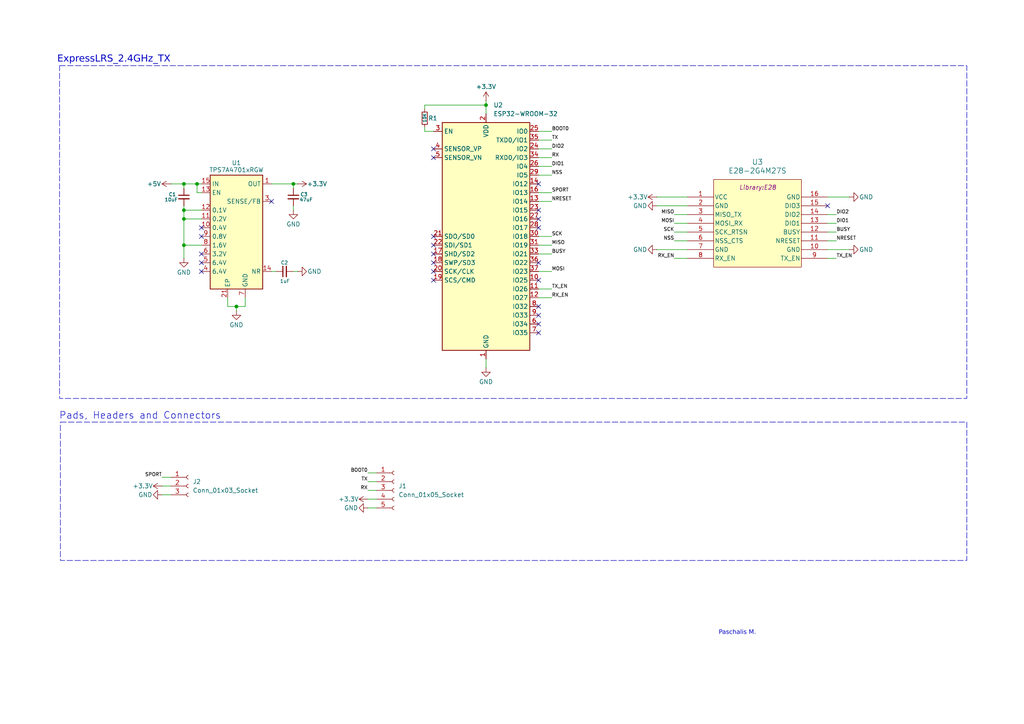
<source format=kicad_sch>
(kicad_sch (version 20250114) (generator "eeschema") (generator_version "9.0")
  (paper "A4")
  (title_block (title "TX1_2.4GHz") (date "2025-03-27") (rev "1.0") (company "https://github.com/Paschalis | TeodoraMiu") (comment 2 "Backpack. ") (comment 3 "The TX1 is a basic transmitter module without an OLED display or TX  "))
  (lib_symbols
    (symbol "Connector:Conn_01x03_Socket" (pin_names (offset 1.016) (hide yes))
      (property "Reference" "J" (at 0 5.08 0))
      (property "Value" "Conn_01x03_Socket" (at 0 -5.08 0))
      (symbol "Conn_01x03_Socket_1_1"
        (polyline (pts (xy -1.27 2.54) (xy -0.508 2.54)) (stroke (width 0.1524)))
        (polyline (pts (xy -1.27 0) (xy -0.508 0)) (stroke (width 0.1524)))
        (polyline (pts (xy -1.27 -2.54) (xy -0.508 -2.54)) (stroke (width 0.1524)))
        (arc (start 0 2.032) (mid -0.5058 2.54) (end 0 3.048) (stroke (width 0.1524)))
        (arc (start 0 -0.508) (mid -0.5058 0) (end 0 0.508) (stroke (width 0.1524)))
        (arc (start 0 -3.048) (mid -0.5058 -2.54) (end 0 -2.032) (stroke (width 0.1524)))
        (pin passive line (at -5.08 2.54 0) (length 3.81) (name "Pin_1") (number "1"))
        (pin passive line (at -5.08 0 0) (length 3.81) (name "Pin_2") (number "2"))
        (pin passive line (at -5.08 -2.54 0) (length 3.81) (name "Pin_3") (number "3"))
      )
    )
    (symbol "Connector:Conn_01x05_Socket" (pin_names (offset 1.016) (hide yes))
      (property "Reference" "J" (at 0 7.62 0))
      (property "Value" "Conn_01x05_Socket" (at 0 -7.62 0))
      (symbol "Conn_01x05_Socket_1_1"
        (polyline (pts (xy -1.27 5.08) (xy -0.508 5.08)) (stroke (width 0.1524)))
        (polyline (pts (xy -1.27 2.54) (xy -0.508 2.54)) (stroke (width 0.1524)))
        (polyline (pts (xy -1.27 0) (xy -0.508 0)) (stroke (width 0.1524)))
        (polyline (pts (xy -1.27 -2.54) (xy -0.508 -2.54)) (stroke (width 0.1524)))
        (polyline (pts (xy -1.27 -5.08) (xy -0.508 -5.08)) (stroke (width 0.1524)))
        (arc (start 0 4.572) (mid -0.5058 5.08) (end 0 5.588) (stroke (width 0.1524)))
        (arc (start 0 2.032) (mid -0.5058 2.54) (end 0 3.048) (stroke (width 0.1524)))
        (arc (start 0 -0.508) (mid -0.5058 0) (end 0 0.508) (stroke (width 0.1524)))
        (arc (start 0 -3.048) (mid -0.5058 -2.54) (end 0 -2.032) (stroke (width 0.1524)))
        (arc (start 0 -5.588) (mid -0.5058 -5.08) (end 0 -4.572) (stroke (width 0.1524)))
        (pin passive line (at -5.08 5.08 0) (length 3.81) (name "Pin_1") (number "1"))
        (pin passive line (at -5.08 2.54 0) (length 3.81) (name "Pin_2") (number "2"))
        (pin passive line (at -5.08 0 0) (length 3.81) (name "Pin_3") (number "3"))
        (pin passive line (at -5.08 -2.54 0) (length 3.81) (name "Pin_4") (number "4"))
        (pin passive line (at -5.08 -5.08 0) (length 3.81) (name "Pin_5") (number "5"))
      )
    )
    (symbol "Device:C_Small" (pin_numbers (hide yes)) (pin_names (offset 0.254) (hide yes))
      (property "Reference" "C" (at 0.254 1.778 0))
      (property "Value" "C_Small" (at 0.254 -2.032 0))
      (symbol "C_Small_0_1"
        (polyline (pts (xy -1.524 0.508) (xy 1.524 0.508)) (stroke (width 0.3048)))
        (polyline (pts (xy -1.524 -0.508) (xy 1.524 -0.508)) (stroke (width 0.3302)))
      )
      (symbol "C_Small_1_1"
        (pin passive line (at 0 2.54 270) (length 2.032) (name "~") (number "1"))
        (pin passive line (at 0 -2.54 90) (length 2.032) (name "~") (number "2"))
      )
    )
    (symbol "Device:R_Small" (pin_numbers (hide yes)) (pin_names (offset 0.254) (hide yes))
      (property "Reference" "R" (at 0.762 0.508 0))
      (property "Value" "R_Small" (at 0.762 -1.016 0))
      (symbol "R_Small_0_1"
        (rectangle (start -0.762 1.778) (end 0.762 -1.778) (stroke (width 0.2032)))
      )
      (symbol "R_Small_1_1"
        (pin passive line (at 0 2.54 270) (length 0.762) (name "~") (number "1"))
        (pin passive line (at 0 -2.54 90) (length 0.762) (name "~") (number "2"))
      )
    )
    (symbol "E28-2G4M27SX:E28-2G4M27S" (pin_names (offset 0.254))
      (property "Reference" "U" (at 20.32 10.16 0))
      (property "Value" "E28-2G4M27S" (at 20.32 7.62 0))
      (symbol "E28-2G4M27S_0_1"
        (pin power_out line (at 40.64 -15.24 180) (length 7.62) (name "GND") (number "10"))
      )
      (symbol "E28-2G4M27S_1_1"
        (rectangle (start 7.62 5.08) (end 33.02 -20.32) (fill (type color) (color 255 255 194 1)))
        (pin power_in line (at 0 0 0) (length 7.62) (name "VCC") (number "1"))
        (pin power_out line (at 0 -2.54 0) (length 7.62) (name "GND") (number "2"))
        (pin bidirectional line (at 0 -5.08 0) (length 7.62) (name "MISO_TX") (number "3"))
        (pin bidirectional line (at 0 -7.62 0) (length 7.62) (name "MOSI_RX") (number "4"))
        (pin input line (at 0 -10.16 0) (length 7.62) (name "SCK_RTSN") (number "5"))
        (pin input line (at 0 -12.7 0) (length 7.62) (name "NSS_CTS") (number "6"))
        (pin power_out line (at 0 -15.24 0) (length 7.62) (name "GND") (number "7"))
        (pin input line (at 0 -17.78 0) (length 7.62) (name "RX_EN") (number "8"))
        (pin power_out line (at 40.64 0 180) (length 7.62) (name "GND") (number "16"))
        (pin bidirectional line (at 40.64 -2.54 180) (length 7.62) (name "DIO3") (number "15"))
        (pin bidirectional line (at 40.64 -5.08 180) (length 7.62) (name "DIO2") (number "14"))
        (pin bidirectional line (at 40.64 -7.62 180) (length 7.62) (name "DIO1") (number "13"))
        (pin bidirectional line (at 40.64 -10.16 180) (length 7.62) (name "BUSY") (number "12"))
        (pin bidirectional line (at 40.64 -12.7 180) (length 7.62) (name "NRESET") (number "11"))
        (pin bidirectional line (at 40.64 -17.78 180) (length 7.62) (name "TX_EN") (number "9"))
      )
    )
    (symbol "RF_Module:ESP32-WROOM-32"
      (property "Reference" "U" (at -12.7 34.29 0))
      (property "Value" "ESP32-WROOM-32" (at 1.27 34.29 0))
      (symbol "ESP32-WROOM-32_0_1"
        (rectangle (start -12.7 33.02) (end 12.7 -33.02) (stroke (width 0.254)) (fill (type background)))
      )
      (symbol "ESP32-WROOM-32_1_1"
        (pin input line (at -15.24 30.48 0) (length 2.54) (name "EN") (number "3"))
        (pin input line (at -15.24 25.4 0) (length 2.54) (name "SENSOR_VP") (number "4"))
        (pin input line (at -15.24 22.86 0) (length 2.54) (name "SENSOR_VN") (number "5"))
        (pin bidirectional line (at -15.24 0 0) (length 2.54) (name "SDO/SD0") (number "21"))
        (pin bidirectional line (at -15.24 -2.54 0) (length 2.54) (name "SDI/SD1") (number "22"))
        (pin bidirectional line (at -15.24 -5.08 0) (length 2.54) (name "SHD/SD2") (number "17"))
        (pin bidirectional line (at -15.24 -7.62 0) (length 2.54) (name "SWP/SD3") (number "18"))
        (pin bidirectional line (at -15.24 -10.16 0) (length 2.54) (name "SCK/CLK") (number "20"))
        (pin bidirectional line (at -15.24 -12.7 0) (length 2.54) (name "SCS/CMD") (number "19"))
        (pin no_connect line (at -12.7 -27.94 0) (length 2.54) (hide yes) (name "NC") (number "32"))
        (pin power_in line (at 0 35.56 270) (length 2.54) (name "VDD") (number "2"))
        (pin power_in line (at 0 -35.56 90) (length 2.54) (name "GND") (number "1"))
        (pin passive line (at 0 -35.56 90) (length 2.54) (hide yes) (name "GND") (number "15"))
        (pin passive line (at 0 -35.56 90) (length 2.54) (hide yes) (name "GND") (number "38"))
        (pin passive line (at 0 -35.56 90) (length 2.54) (hide yes) (name "GND") (number "39"))
        (pin bidirectional line (at 15.24 30.48 180) (length 2.54) (name "IO0") (number "25"))
        (pin bidirectional line (at 15.24 27.94 180) (length 2.54) (name "TXD0/IO1") (number "35"))
        (pin bidirectional line (at 15.24 25.4 180) (length 2.54) (name "IO2") (number "24"))
        (pin bidirectional line (at 15.24 22.86 180) (length 2.54) (name "RXD0/IO3") (number "34"))
        (pin bidirectional line (at 15.24 20.32 180) (length 2.54) (name "IO4") (number "26"))
        (pin bidirectional line (at 15.24 17.78 180) (length 2.54) (name "IO5") (number "29"))
        (pin bidirectional line (at 15.24 15.24 180) (length 2.54) (name "IO12") (number "14"))
        (pin bidirectional line (at 15.24 12.7 180) (length 2.54) (name "IO13") (number "16"))
        (pin bidirectional line (at 15.24 10.16 180) (length 2.54) (name "IO14") (number "13"))
        (pin bidirectional line (at 15.24 7.62 180) (length 2.54) (name "IO15") (number "23"))
        (pin bidirectional line (at 15.24 5.08 180) (length 2.54) (name "IO16") (number "27"))
        (pin bidirectional line (at 15.24 2.54 180) (length 2.54) (name "IO17") (number "28"))
        (pin bidirectional line (at 15.24 0 180) (length 2.54) (name "IO18") (number "30"))
        (pin bidirectional line (at 15.24 -2.54 180) (length 2.54) (name "IO19") (number "31"))
        (pin bidirectional line (at 15.24 -5.08 180) (length 2.54) (name "IO21") (number "33"))
        (pin bidirectional line (at 15.24 -7.62 180) (length 2.54) (name "IO22") (number "36"))
        (pin bidirectional line (at 15.24 -10.16 180) (length 2.54) (name "IO23") (number "37"))
        (pin bidirectional line (at 15.24 -12.7 180) (length 2.54) (name "IO25") (number "10"))
        (pin bidirectional line (at 15.24 -15.24 180) (length 2.54) (name "IO26") (number "11"))
        (pin bidirectional line (at 15.24 -17.78 180) (length 2.54) (name "IO27") (number "12"))
        (pin bidirectional line (at 15.24 -20.32 180) (length 2.54) (name "IO32") (number "8"))
        (pin bidirectional line (at 15.24 -22.86 180) (length 2.54) (name "IO33") (number "9"))
        (pin input line (at 15.24 -25.4 180) (length 2.54) (name "IO34") (number "6"))
        (pin input line (at 15.24 -27.94 180) (length 2.54) (name "IO35") (number "7"))
      )
    )
    (symbol "Regulator_Linear:TPS7A4701xRGW"
      (property "Reference" "U" (at -6.35 19.05 0))
      (property "Value" "TPS7A4701xRGW" (at 3.81 19.05 0))
      (symbol "TPS7A4701xRGW_0_1"
        (rectangle (start -7.62 17.78) (end 7.62 -15.24) (stroke (width 0.254)) (fill (type background)))
      )
      (symbol "TPS7A4701xRGW_1_1"
        (pin power_in line (at -10.16 15.24 0) (length 2.54) (name "IN") (number "15"))
        (pin passive line (at -10.16 15.24 0) (length 2.54) (hide yes) (name "IN") (number "16"))
        (pin input line (at -10.16 12.7 0) (length 2.54) (name "EN") (number "13"))
        (pin input line (at -10.16 7.62 0) (length 2.54) (name "0.1V") (number "12"))
        (pin input line (at -10.16 5.08 0) (length 2.54) (name "0.2V") (number "11"))
        (pin input line (at -10.16 2.54 0) (length 2.54) (name "0.4V") (number "10"))
        (pin input line (at -10.16 0 0) (length 2.54) (name "0.8V") (number "9"))
        (pin input line (at -10.16 -2.54 0) (length 2.54) (name "1.6V") (number "8"))
        (pin input line (at -10.16 -5.08 0) (length 2.54) (name "3.2V") (number "6"))
        (pin input line (at -10.16 -7.62 0) (length 2.54) (name "6.4V") (number "5"))
        (pin input line (at -10.16 -10.16 0) (length 2.54) (name "6.4V") (number "4"))
        (pin passive line (at -2.54 -17.78 90) (length 2.54) (name "EP") (number "21"))
        (pin power_in line (at 2.54 -17.78 90) (length 2.54) (name "GND") (number "7"))
        (pin power_out line (at 10.16 15.24 180) (length 2.54) (name "OUT") (number "1"))
        (pin power_out line (at 10.16 15.24 180) (length 2.54) (hide yes) (name "OUT") (number "20"))
        (pin input line (at 10.16 10.16 180) (length 2.54) (name "SENSE/FB") (number "3"))
        (pin passive line (at 10.16 -10.16 180) (length 2.54) (name "NR") (number "14"))
      )
    )
    (symbol "power:+3.3V" (power) (pin_numbers (hide yes)) (pin_names (offset 0) (hide yes))
      (property "Value" "+3.3V" (at 0 3.556 0))
      (symbol "+3.3V_0_1"
        (polyline (pts (xy -0.762 1.27) (xy 0 2.54)))
        (polyline (pts (xy 0 2.54) (xy 0.762 1.27)))
        (polyline (pts (xy 0 0) (xy 0 2.54)))
      )
      (symbol "+3.3V_1_1"
        (pin power_in line (at 0 0 90) (length 0) (name "~") (number "1"))
      )
    )
    (symbol "power:+5V" (power) (pin_numbers (hide yes)) (pin_names (offset 0) (hide yes))
      (property "Value" "+5V" (at 0 3.556 0))
      (symbol "+5V_0_1"
        (polyline (pts (xy -0.762 1.27) (xy 0 2.54)))
        (polyline (pts (xy 0 2.54) (xy 0.762 1.27)))
        (polyline (pts (xy 0 0) (xy 0 2.54)))
      )
      (symbol "+5V_1_1"
        (pin power_in line (at 0 0 90) (length 0) (name "~") (number "1"))
      )
    )
    (symbol "power:GND" (power) (pin_numbers (hide yes)) (pin_names (offset 0) (hide yes))
      (property "Value" "GND" (at 0 -3.81 0))
      (symbol "GND_0_1"
        (polyline (pts (xy 0 0) (xy 0 -1.27) (xy 1.27 -1.27) (xy 0 -2.54) (xy -1.27 -1.27) (xy 0 -1.27)))
      )
      (symbol "GND_1_1"
        (pin power_in line (at 0 0 270) (length 0) (name "~") (number "1"))
      )
    )
  )
  (rectangle (start 17.272 19.05) (end 280.416 115.57) (stroke (width 0) (type dash)))
  (rectangle (start 17.526 122.428) (end 280.416 162.56) (stroke (width 0) (type dash)))
  (text "Pads, Headers and Connectors" (at 40.64 120.65 0) (effects (font (size 2 2))))
  (text "ExpressLRS_2.4GHz_TX" (at 33.02 17.78 0) (effects (font (size 2 2) (thickness 0.2938))))
  (text "Paschalis M." (at 213.868 183.896 0) (effects (font (size 1.27 1.27))))
  (junction (at 140.97 30.48))
  (junction (at 53.34 53.34))
  (junction (at 53.34 60.96))
  (junction (at 68.58 88.9))
  (junction (at 53.34 71.12))
  (junction (at 57.15 53.34))
  (junction (at 85.09 53.34))
  (junction (at 53.34 63.5))
  (no_connect (at 156.21 60.96))
  (no_connect (at 125.73 68.58))
  (no_connect (at 156.21 66.04))
  (no_connect (at 58.42 73.66))
  (no_connect (at 156.21 88.9))
  (no_connect (at 125.73 43.18))
  (no_connect (at 125.73 45.72))
  (no_connect (at 156.21 96.52))
  (no_connect (at 78.74 58.42))
  (no_connect (at 156.21 53.34))
  (no_connect (at 156.21 76.2))
  (no_connect (at 125.73 76.2))
  (no_connect (at 125.73 71.12))
  (no_connect (at 58.42 78.74))
  (no_connect (at 125.73 81.28))
  (no_connect (at 156.21 91.44))
  (no_connect (at 58.42 76.2))
  (no_connect (at 240.03 59.69))
  (no_connect (at 125.73 78.74))
  (no_connect (at 156.21 63.5))
  (no_connect (at 125.73 73.66))
  (no_connect (at 58.42 66.04))
  (no_connect (at 58.42 68.58))
  (no_connect (at 156.21 81.28))
  (no_connect (at 156.21 93.98))
  (wire (pts (xy 195.58 74.93) (xy 199.39 74.93)))
  (wire (pts (xy 106.68 147.32) (xy 109.22 147.32)))
  (wire (pts (xy 68.58 88.9) (xy 71.12 88.9)))
  (wire (pts (xy 156.21 43.18) (xy 160.02 43.18)))
  (wire (pts (xy 46.99 143.51) (xy 49.53 143.51)))
  (wire (pts (xy 156.21 55.88) (xy 160.02 55.88)))
  (wire (pts (xy 156.21 40.64) (xy 160.02 40.64)))
  (wire (pts (xy 240.03 69.85) (xy 242.57 69.85)))
  (wire (pts (xy 53.34 53.34) (xy 53.34 54.61)))
  (wire (pts (xy 106.68 142.24) (xy 109.22 142.24)))
  (wire (pts (xy 66.04 88.9) (xy 68.58 88.9)))
  (wire (pts (xy 106.68 137.16) (xy 109.22 137.16)))
  (wire (pts (xy 240.03 67.31) (xy 242.57 67.31)))
  (wire (pts (xy 46.99 138.43) (xy 49.53 138.43)))
  (wire (pts (xy 240.03 62.23) (xy 242.57 62.23)))
  (wire (pts (xy 53.34 63.5) (xy 53.34 71.12)))
  (wire (pts (xy 58.42 55.88) (xy 57.15 55.88)))
  (wire (pts (xy 53.34 59.69) (xy 53.34 60.96)))
  (wire (pts (xy 125.73 38.1) (xy 123.19 38.1)))
  (wire (pts (xy 156.21 38.1) (xy 160.02 38.1)))
  (wire (pts (xy 49.53 53.34) (xy 53.34 53.34)))
  (wire (pts (xy 195.58 67.31) (xy 199.39 67.31)))
  (wire (pts (xy 156.21 86.36) (xy 160.02 86.36)))
  (wire (pts (xy 53.34 71.12) (xy 58.42 71.12)))
  (wire (pts (xy 156.21 73.66) (xy 160.02 73.66)))
  (wire (pts (xy 57.15 53.34) (xy 58.42 53.34)))
  (wire (pts (xy 156.21 71.12) (xy 160.02 71.12)))
  (wire (pts (xy 123.19 38.1) (xy 123.19 36.83)))
  (wire (pts (xy 195.58 64.77) (xy 199.39 64.77)))
  (wire (pts (xy 190.5 72.39) (xy 199.39 72.39)))
  (wire (pts (xy 123.19 31.75) (xy 123.19 30.48)))
  (wire (pts (xy 106.68 144.78) (xy 109.22 144.78)))
  (wire (pts (xy 156.21 45.72) (xy 160.02 45.72)))
  (wire (pts (xy 123.19 30.48) (xy 140.97 30.48)))
  (wire (pts (xy 85.09 59.69) (xy 85.09 60.96)))
  (wire (pts (xy 240.03 64.77) (xy 242.57 64.77)))
  (wire (pts (xy 190.5 57.15) (xy 199.39 57.15)))
  (wire (pts (xy 240.03 74.93) (xy 242.57 74.93)))
  (wire (pts (xy 71.12 88.9) (xy 71.12 86.36)))
  (wire (pts (xy 195.58 62.23) (xy 199.39 62.23)))
  (wire (pts (xy 85.09 53.34) (xy 86.36 53.34)))
  (wire (pts (xy 57.15 55.88) (xy 57.15 53.34)))
  (wire (pts (xy 156.21 50.8) (xy 160.02 50.8)))
  (wire (pts (xy 156.21 83.82) (xy 160.02 83.82)))
  (wire (pts (xy 240.03 72.39) (xy 246.38 72.39)))
  (wire (pts (xy 85.09 54.61) (xy 85.09 53.34)))
  (wire (pts (xy 140.97 104.14) (xy 140.97 106.68)))
  (wire (pts (xy 106.68 139.7) (xy 109.22 139.7)))
  (wire (pts (xy 53.34 60.96) (xy 53.34 63.5)))
  (wire (pts (xy 78.74 78.74) (xy 80.01 78.74)))
  (wire (pts (xy 156.21 68.58) (xy 160.02 68.58)))
  (wire (pts (xy 58.42 60.96) (xy 53.34 60.96)))
  (wire (pts (xy 53.34 71.12) (xy 53.34 74.93)))
  (wire (pts (xy 68.58 90.17) (xy 68.58 88.9)))
  (wire (pts (xy 78.74 53.34) (xy 85.09 53.34)))
  (wire (pts (xy 156.21 58.42) (xy 160.02 58.42)))
  (wire (pts (xy 156.21 48.26) (xy 160.02 48.26)))
  (wire (pts (xy 53.34 53.34) (xy 57.15 53.34)))
  (wire (pts (xy 195.58 69.85) (xy 199.39 69.85)))
  (wire (pts (xy 156.21 78.74) (xy 160.02 78.74)))
  (wire (pts (xy 140.97 29.21) (xy 140.97 30.48)))
  (wire (pts (xy 85.09 78.74) (xy 86.36 78.74)))
  (wire (pts (xy 190.5 59.69) (xy 199.39 59.69)))
  (wire (pts (xy 66.04 86.36) (xy 66.04 88.9)))
  (wire (pts (xy 240.03 57.15) (xy 246.38 57.15)))
  (wire (pts (xy 53.34 63.5) (xy 58.42 63.5)))
  (wire (pts (xy 46.99 140.97) (xy 49.53 140.97)))
  (wire (pts (xy 140.97 30.48) (xy 140.97 33.02)))
  (label "MOSI" (at 195.58 64.77 180) (effects (font (size 1 1))))
  (label "MISO" (at 160.02 71.12 0) (effects (font (size 1 1))))
  (label "RX" (at 160.02 45.72 0) (effects (font (size 1 1))))
  (label "NSS" (at 160.02 50.8 0) (effects (font (size 1 1))))
  (label "TX" (at 160.02 40.64 0) (effects (font (size 1 1))))
  (label "BOOT0" (at 106.68 137.16 180) (effects (font (size 1 1))))
  (label "NRESET" (at 242.57 69.85 0) (effects (font (size 1 1))))
  (label "SCK" (at 160.02 68.58 0) (effects (font (size 1 1))))
  (label "DIO1" (at 160.02 48.26 0) (effects (font (size 1 1))))
  (label "NSS" (at 195.58 69.85 180) (effects (font (size 1 1))))
  (label "NRESET" (at 160.02 58.42 0) (effects (font (size 1 1))))
  (label "SPORT" (at 46.99 138.43 180) (effects (font (size 1 1))))
  (label "DIO1" (at 242.57 64.77 0) (effects (font (size 1 1))))
  (label "SCK" (at 195.58 67.31 180) (effects (font (size 1 1))))
  (label "TX" (at 106.68 139.7 180) (effects (font (size 1 1))))
  (label "TX_EN" (at 160.02 83.82 0) (effects (font (size 1 1))))
  (label "DIO2" (at 242.57 62.23 0) (effects (font (size 1 1))))
  (label "BUSY" (at 160.02 73.66 0) (effects (font (size 1 1))))
  (label "BUSY" (at 242.57 67.31 0) (effects (font (size 1 1))))
  (label "RX_EN" (at 195.58 74.93 180) (effects (font (size 1 1))))
  (label "MOSI" (at 160.02 78.74 0) (effects (font (size 1 1))))
  (label "RX" (at 106.68 142.24 180) (effects (font (size 1 1))))
  (label "DIO2" (at 160.02 43.18 0) (effects (font (size 1 1))))
  (label "BOOT0" (at 160.02 38.1 0) (effects (font (size 1 1))))
  (label "SPORT" (at 160.02 55.88 0) (effects (font (size 1 1))))
  (label "MISO" (at 195.58 62.23 180) (effects (font (size 1 1))))
  (label "RX_EN" (at 160.02 86.36 0) (effects (font (size 1 1))))
  (label "TX_EN" (at 242.57 74.93 0) (effects (font (size 1 1))))
  (symbol (lib_id "Connector:Conn_01x05_Socket") (at 114.3 142.24 0) (unit 1)
    (property "Reference" "J1" (at 115.57 140.9699 0) (effects (justify left)))
    (property "Value" "Conn_01x05_Socket" (at 115.57 143.5099 0) (effects (justify left)))
    (property "Footprint" "Connector_JST:JST_XH_B5B-XH-A_1x05_P2.50mm_Vertical" (effects (hide yes)))
    (property "Description" "Generic connector, single row, 01x05, script generated" (effects (hide yes)))
  )
  (symbol (lib_id "RF_Module:ESP32-WROOM-32") (at 140.97 68.58 0) (unit 1)
    (property "Reference" "U2" (at 143.1133 30.48 0) (effects (justify left)))
    (property "Value" "ESP32-WROOM-32" (at 143.1133 33.02 0) (effects (justify left)))
    (property "Footprint" "RF_Module:ESP32-WROOM-32" (effects (hide yes)))
    (property "Datasheet" "https://www.espressif.com/sites/default/files/documentation/esp32-wroom-32_datasheet_en.pdf" (effects (hide yes)))
    (property "Description" "RF Module, ESP32-D0WDQ6 SoC, Wi-Fi 802.11b/g/n, Bluetooth, BLE, 32-bit, 2.7-3.6V, onboard antenna, SMD" (effects (hide yes)))
  )
  (symbol (lib_id "power:GND") (at 190.5 59.69 270) (mirror x) (unit 1)
    (property "Reference" "#PWR012" (effects (hide yes)))
    (property "Value" "GND" (at 187.706 59.69 90) (effects (justify right)))
    (property "Description" "Power symbol creates a global label with name \"GND\" , ground" (effects (hide yes)))
  )
  (symbol (lib_id "power:+3.3V") (at 106.68 144.78 90) (mirror x) (unit 1)
    (property "Reference" "#PWR011" (effects (hide yes)))
    (property "Value" "+3.3V" (at 101.092 144.78 90))
    (property "Description" "Power symbol creates a global label with name \"+3.3V\"" (effects (hide yes)))
  )
  (symbol (lib_id "Regulator_Linear:TPS7A4701xRGW") (at 68.58 68.58 0) (unit 1)
    (property "Reference" "U1" (at 68.58 47.244 0))
    (property "Value" "TPS7A4701xRGW" (at 68.58 49.276 0))
    (property "Footprint" "Package_DFN_QFN:Texas_RGW0020A_VQFN-20-1EP_5x5mm_P0.65mm_EP3.15x3.15mm_ThermalVias" (effects (hide yes)))
    (property "Datasheet" "https://www.ti.com/lit/ds/symlink/tps7a47.pdf" (effects (hide yes)))
    (property "Description" "1A, Low-Noise Low-Dropout Voltage Regulator, 3-35V Input, Adjustable 1.4-34V Output, VQFN-20" (effects (hide yes)))
  )
  (symbol (lib_id "power:+3.3V") (at 46.99 140.97 90) (mirror x) (unit 1)
    (property "Reference" "#PWR016" (effects (hide yes)))
    (property "Value" "+3.3V" (at 41.402 140.97 90))
    (property "Description" "Power symbol creates a global label with name \"+3.3V\"" (effects (hide yes)))
  )
  (symbol (lib_id "power:GND") (at 246.38 57.15 90) (unit 1)
    (property "Reference" "#PWR010" (effects (hide yes)))
    (property "Value" "GND" (at 249.174 57.15 90) (effects (justify right)))
    (property "Description" "Power symbol creates a global label with name \"GND\" , ground" (effects (hide yes)))
  )
  (symbol (lib_id "power:GND") (at 53.34 74.93 0) (unit 1)
    (property "Reference" "#PWR02" (effects (hide yes)))
    (property "Value" "GND" (at 53.34 78.994 0))
    (property "Description" "Power symbol creates a global label with name \"GND\" , ground" (effects (hide yes)))
  )
  (symbol (lib_id "Device:C_Small") (at 53.34 57.15 0) (mirror y) (unit 1)
    (property "Reference" "C1" (at 51.054 56.388 0) (effects (font (size 1 1)) (justify left)))
    (property "Value" "10uF" (at 51.562 57.912 0) (effects (font (size 1 1)) (justify left)))
    (property "Footprint" "Capacitor_SMD:C_0603_1608Metric_Pad1.08x0.95mm_HandSolder" (effects (hide yes)))
    (property "Description" "Unpolarized capacitor, small symbol" (effects (hide yes)))
  )
  (symbol (lib_id "E28-2G4M27SX:E28-2G4M27S") (at 199.39 57.15 0) (unit 1)
    (property "Reference" "U3" (at 219.71 46.99 0) (effects (font (size 1.524 1.524))))
    (property "Value" "E28-2G4M27S" (at 219.71 49.53 0) (effects (font (size 1.524 1.524))))
    (property "Footprint" "Library:E28" (at 219.71 54.356 0) (effects (font (italic yes))))
    (property "Datasheet" "E28-2G4M27S" (effects (hide yes)))
  )
  (symbol (lib_id "power:GND") (at 85.09 60.96 0) (unit 1)
    (property "Reference" "#PWR04" (effects (hide yes)))
    (property "Value" "GND" (at 85.09 65.024 0))
    (property "Description" "Power symbol creates a global label with name \"GND\" , ground" (effects (hide yes)))
  )
  (symbol (lib_id "power:+3.3V") (at 86.36 53.34 270) (unit 1)
    (property "Reference" "#PWR05" (effects (hide yes)))
    (property "Value" "+3.3V" (at 91.948 53.34 90))
    (property "Description" "Power symbol creates a global label with name \"+3.3V\"" (effects (hide yes)))
  )
  (symbol (lib_id "power:GND") (at 106.68 147.32 270) (mirror x) (unit 1)
    (property "Reference" "#PWR015" (effects (hide yes)))
    (property "Value" "GND" (at 103.886 147.32 90) (effects (justify right)))
    (property "Description" "Power symbol creates a global label with name \"GND\" , ground" (effects (hide yes)))
  )
  (symbol (lib_id "power:+3.3V") (at 140.97 29.21 0) (mirror y) (unit 1)
    (property "Reference" "#PWR07" (effects (hide yes)))
    (property "Value" "+3.3V" (at 140.97 25.146 0))
    (property "Description" "Power symbol creates a global label with name \"+3.3V\"" (effects (hide yes)))
  )
  (symbol (lib_id "power:GND") (at 68.58 90.17 0) (unit 1)
    (property "Reference" "#PWR03" (effects (hide yes)))
    (property "Value" "GND" (at 70.612 94.234 0) (effects (justify right)))
    (property "Description" "Power symbol creates a global label with name \"GND\" , ground" (effects (hide yes)))
  )
  (symbol (lib_id "power:+3.3V") (at 190.5 57.15 90) (mirror x) (unit 1)
    (property "Reference" "#PWR014" (effects (hide yes)))
    (property "Value" "+3.3V" (at 184.912 57.15 90))
    (property "Description" "Power symbol creates a global label with name \"+3.3V\"" (effects (hide yes)))
  )
  (symbol (lib_id "power:GND") (at 46.99 143.51 270) (mirror x) (unit 1)
    (property "Reference" "#PWR017" (effects (hide yes)))
    (property "Value" "GND" (at 44.196 143.51 90) (effects (justify right)))
    (property "Description" "Power symbol creates a global label with name \"GND\" , ground" (effects (hide yes)))
  )
  (symbol (lib_id "Device:R_Small") (at 123.19 34.29 0) (unit 1)
    (property "Reference" "R1" (at 124.206 34.29 0) (effects (justify left)))
    (property "Value" "10K" (at 123.19 35.56 90) (effects (font (size 0.9 0.9)) (justify left)))
    (property "Footprint" "Resistor_SMD:R_0603_1608Metric_Pad0.98x0.95mm_HandSolder" (effects (hide yes)))
    (property "Description" "Resistor, small symbol" (effects (hide yes)))
  )
  (symbol (lib_id "Device:C_Small") (at 85.09 57.15 0) (unit 1)
    (property "Reference" "C3" (at 87.122 56.388 0) (effects (font (size 1 1)) (justify left)))
    (property "Value" "47uF" (at 86.868 57.912 0) (effects (font (size 1 1)) (justify left)))
    (property "Footprint" "Capacitor_SMD:C_0603_1608Metric_Pad1.08x0.95mm_HandSolder" (effects (hide yes)))
    (property "Description" "Unpolarized capacitor, small symbol" (effects (hide yes)))
  )
  (symbol (lib_id "power:GND") (at 140.97 106.68 0) (unit 1)
    (property "Reference" "#PWR08" (effects (hide yes)))
    (property "Value" "GND" (at 143.002 110.744 0) (effects (justify right)))
    (property "Description" "Power symbol creates a global label with name \"GND\" , ground" (effects (hide yes)))
  )
  (symbol (lib_id "power:+5V") (at 49.53 53.34 90) (unit 1)
    (property "Reference" "#PWR01" (effects (hide yes)))
    (property "Value" "+5V" (at 46.736 53.34 90) (effects (justify left)))
    (property "Description" "Power symbol creates a global label with name \"+5V\"" (effects (hide yes)))
  )
  (symbol (lib_id "Connector:Conn_01x03_Socket") (at 54.61 140.97 0) (unit 1)
    (property "Reference" "J2" (at 55.88 139.6999 0) (effects (justify left)))
    (property "Value" "Conn_01x03_Socket" (at 55.88 142.2399 0) (effects (justify left)))
    (property "Footprint" "Connector_JST:JST_XH_B3B-XH-A_1x03_P2.50mm_Vertical" (effects (hide yes)))
    (property "Description" "Generic connector, single row, 01x03, script generated" (effects (hide yes)))
  )
  (symbol (lib_id "power:GND") (at 86.36 78.74 90) (unit 1)
    (property "Reference" "#PWR06" (effects (hide yes)))
    (property "Value" "GND" (at 89.154 78.74 90) (effects (justify right)))
    (property "Description" "Power symbol creates a global label with name \"GND\" , ground" (effects (hide yes)))
  )
  (symbol (lib_id "Device:C_Small") (at 82.55 78.74 90) (unit 1)
    (property "Reference" "C2" (at 83.566 76.2 90) (effects (font (size 1 1)) (justify left)))
    (property "Value" "1uF" (at 84.074 81.534 90) (effects (font (size 1 1)) (justify left)))
    (property "Footprint" "Capacitor_SMD:C_0603_1608Metric_Pad1.08x0.95mm_HandSolder" (effects (hide yes)))
    (property "Description" "Unpolarized capacitor, small symbol" (effects (hide yes)))
  )
  (symbol (lib_id "power:GND") (at 190.5 72.39 270) (mirror x) (unit 1)
    (property "Reference" "#PWR013" (effects (hide yes)))
    (property "Value" "GND" (at 187.706 72.39 90) (effects (justify right)))
    (property "Description" "Power symbol creates a global label with name \"GND\" , ground" (effects (hide yes)))
  )
  (symbol (lib_id "power:GND") (at 246.38 72.39 90) (unit 1)
    (property "Reference" "#PWR09" (effects (hide yes)))
    (property "Value" "GND" (at 249.174 72.39 90) (effects (justify right)))
    (property "Description" "Power symbol creates a global label with name \"GND\" , ground" (effects (hide yes)))
  )
)
</source>
